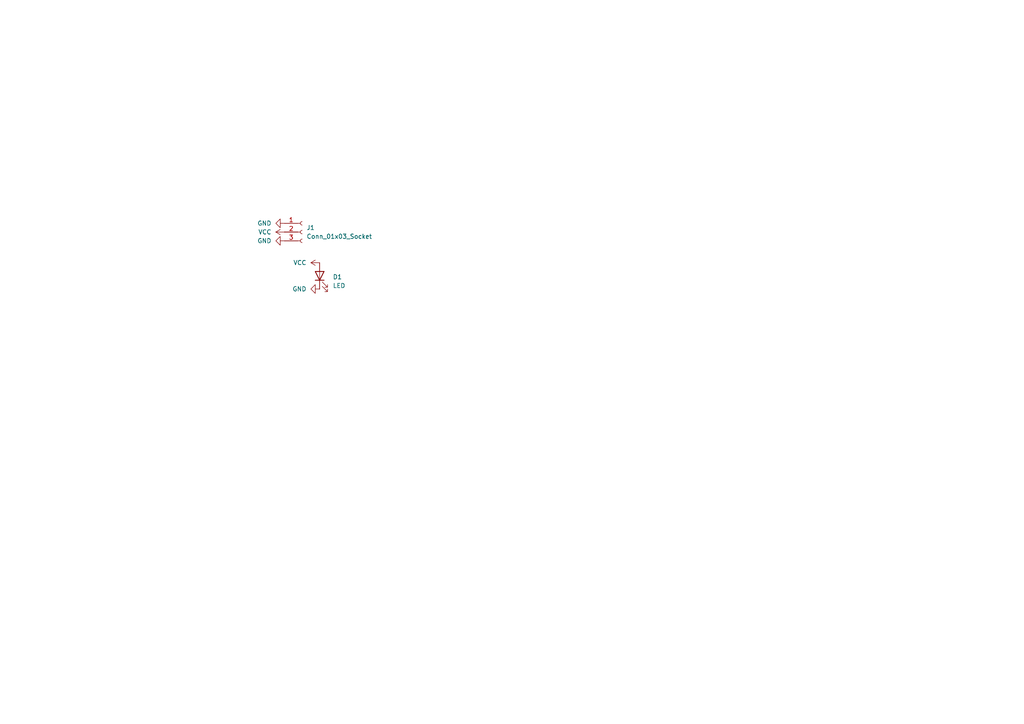
<source format=kicad_sch>
(kicad_sch (version 20231120) (generator "eeschema") (generator_version "8.0")
  (paper "A4")
  (lib_symbols
    (symbol "Connector:Conn_01x03_Socket" (pin_names (offset 1.016) hide)
      (property "Reference" "J" (at 0 5.08 0))
      (property "Value" "Conn_01x03_Socket" (at 0 -5.08 0))
      (symbol "Conn_01x03_Socket_1_1"
        (arc (start 0 -2.032) (mid -0.5058 -2.54) (end 0 -3.048) (stroke (width 0.1524)))
        (polyline (pts (xy -1.27 -2.54) (xy -0.508 -2.54)) (stroke (width 0.1524)))
        (polyline (pts (xy -1.27 0) (xy -0.508 0)) (stroke (width 0.1524)))
        (polyline (pts (xy -1.27 2.54) (xy -0.508 2.54)) (stroke (width 0.1524)))
        (arc (start 0 0.508) (mid -0.5058 0) (end 0 -0.508) (stroke (width 0.1524)))
        (arc (start 0 3.048) (mid -0.5058 2.54) (end 0 2.032) (stroke (width 0.1524)))
        (pin passive line (at -5.08 2.54 0) (length 3.81) (name "Pin_1") (number "1"))
        (pin passive line (at -5.08 0 0) (length 3.81) (name "Pin_2") (number "2"))
        (pin passive line (at -5.08 -2.54 0) (length 3.81) (name "Pin_3") (number "3"))
      )
    )
    (symbol "Device:LED" (pin_numbers hide) (pin_names (offset 1.016) hide)
      (property "Reference" "D" (at 0 2.54 0))
      (property "Value" "LED" (at 0 -2.54 0))
      (symbol "LED_0_1"
        (polyline (pts (xy -1.27 -1.27) (xy -1.27 1.27)) (stroke (width 0.254)))
        (polyline (pts (xy -1.27 0) (xy 1.27 0)))
        (polyline (pts (xy 1.27 -1.27) (xy 1.27 1.27) (xy -1.27 0) (xy 1.27 -1.27)) (stroke (width 0.254)))
        (polyline (pts (xy -3.048 -0.762) (xy -4.572 -2.286) (xy -3.81 -2.286) (xy -4.572 -2.286) (xy -4.572 -1.524)))
        (polyline (pts (xy -1.778 -0.762) (xy -3.302 -2.286) (xy -2.54 -2.286) (xy -3.302 -2.286) (xy -3.302 -1.524)))
      )
      (symbol "LED_1_1"
        (pin passive line (at -3.81 0 0) (length 2.54) (name "K") (number "1"))
        (pin passive line (at 3.81 0 180) (length 2.54) (name "A") (number "2"))
      )
    )
    (symbol "power:GND" (power) (pin_numbers hide) (pin_names (offset 0) hide)
      (property "Value" "GND" (at 0 -3.81 0))
      (symbol "GND_0_1"
        (polyline (pts (xy 0 0) (xy 0 -1.27) (xy 1.27 -1.27) (xy 0 -2.54) (xy -1.27 -1.27) (xy 0 -1.27)))
      )
      (symbol "GND_1_1"
        (pin power_in line (at 0 0 270) (length 0) (name "~") (number "1"))
      )
    )
    (symbol "power:VCC" (power) (pin_numbers hide) (pin_names (offset 0) hide)
      (property "Value" "VCC" (at 0 3.556 0))
      (symbol "VCC_0_1"
        (polyline (pts (xy -0.762 1.27) (xy 0 2.54)))
        (polyline (pts (xy 0 0) (xy 0 2.54)))
        (polyline (pts (xy 0 2.54) (xy 0.762 1.27)))
      )
      (symbol "VCC_1_1"
        (pin power_in line (at 0 0 90) (length 0) (name "~") (number "1"))
      )
    )
  )
  (symbol (lib_id "power:GND") (at 82.55 69.85 270) (unit 1)
    (property "Reference" "#PWR03" (effects (hide yes)))
    (property "Value" "GND" (at 78.74 69.8499 90) (effects (justify right)))
    (property "Description" "Power symbol creates a global label with name \"GND\" , ground" (effects (hide yes)))
  )
  (symbol (lib_id "power:VCC") (at 92.71 76.2 90) (unit 1)
    (property "Reference" "#PWR04" (effects (hide yes)))
    (property "Value" "VCC" (at 88.9 76.1999 90) (effects (justify left)))
    (property "Description" "Power symbol creates a global label with name \"VCC\"" (effects (hide yes)))
  )
  (symbol (lib_id "power:VCC") (at 82.55 67.31 90) (unit 1)
    (property "Reference" "#PWR01" (effects (hide yes)))
    (property "Value" "VCC" (at 78.74 67.3099 90) (effects (justify left)))
    (property "Description" "Power symbol creates a global label with name \"VCC\"" (effects (hide yes)))
  )
  (symbol (lib_id "power:GND") (at 92.71 83.82 270) (unit 1)
    (property "Reference" "#PWR05" (effects (hide yes)))
    (property "Value" "GND" (at 88.9 83.8199 90) (effects (justify right)))
    (property "Description" "Power symbol creates a global label with name \"GND\" , ground" (effects (hide yes)))
  )
  (symbol (lib_id "power:GND") (at 82.55 64.77 270) (unit 1)
    (property "Reference" "#PWR02" (effects (hide yes)))
    (property "Value" "GND" (at 78.74 64.7699 90) (effects (justify right)))
    (property "Description" "Power symbol creates a global label with name \"GND\" , ground" (effects (hide yes)))
  )
  (symbol (lib_id "Device:LED") (at 92.71 80.01 90) (unit 1)
    (property "Reference" "D1" (at 96.52 80.3274 90) (effects (justify right)))
    (property "Value" "LED" (at 96.52 82.8674 90) (effects (justify right)))
    (property "Footprint" "LED_SMD:LED_1210_3225Metric_Pad1.42x2.65mm_HandSolder" (effects (hide yes)))
    (property "Description" "Light emitting diode" (effects (hide yes)))
  )
  (symbol (lib_id "Connector:Conn_01x03_Socket") (at 87.63 67.31 0) (unit 1)
    (property "Reference" "J1" (at 88.9 66.0399 0) (effects (justify left)))
    (property "Value" "Conn_01x03_Socket" (at 88.9 68.5799 0) (effects (justify left)))
    (property "Footprint" "Connector_PinHeader_1.27mm:PinHeader_1x03_P1.27mm_Vertical" (effects (hide yes)))
    (property "Description" "Generic connector, single row, 01x03, script generated" (effects (hide yes)))
  )
)
</source>
